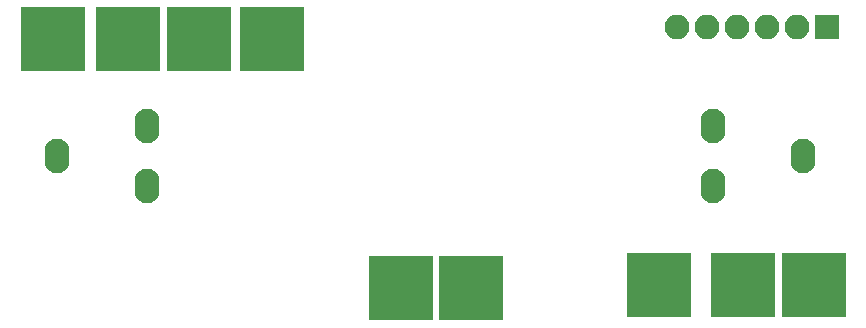
<source format=gbs>
G04 #@! TF.GenerationSoftware,KiCad,Pcbnew,5.0.0-rc2-dev-unknown-r12647-81843c37*
G04 #@! TF.CreationDate,2018-05-28T11:26:45-04:00*
G04 #@! TF.ProjectId,Peapod PCB,506561706F64205043422E6B69636164,rev?*
G04 #@! TF.SameCoordinates,Original*
G04 #@! TF.FileFunction,Soldermask,Bot*
G04 #@! TF.FilePolarity,Negative*
%FSLAX46Y46*%
G04 Gerber Fmt 4.6, Leading zero omitted, Abs format (unit mm)*
G04 Created by KiCad (PCBNEW 5.0.0-rc2-dev-unknown-r12647-81843c37) date Mon May 28 11:26:45 2018*
%MOMM*%
%LPD*%
G01*
G04 APERTURE LIST*
%ADD10O,2.111200X2.940000*%
%ADD11R,5.400000X5.400000*%
%ADD12R,2.100000X2.100000*%
%ADD13O,2.100000X2.100000*%
G04 APERTURE END LIST*
D10*
X156340000Y-39370000D03*
X163960000Y-41910000D03*
X163960000Y-36830000D03*
X219460000Y-39370000D03*
X211840000Y-36830000D03*
X211840000Y-41910000D03*
D11*
X214424000Y-50292000D03*
X220424000Y-50292000D03*
X168354000Y-29464000D03*
X162354000Y-29464000D03*
X155956000Y-29464000D03*
D12*
X221488000Y-28448000D03*
D13*
X218948000Y-28448000D03*
X216408000Y-28448000D03*
X213868000Y-28448000D03*
X211328000Y-28448000D03*
X208788000Y-28448000D03*
D11*
X191350000Y-50550000D03*
X207264000Y-50292000D03*
X185420000Y-50546000D03*
X174498000Y-29464000D03*
M02*

</source>
